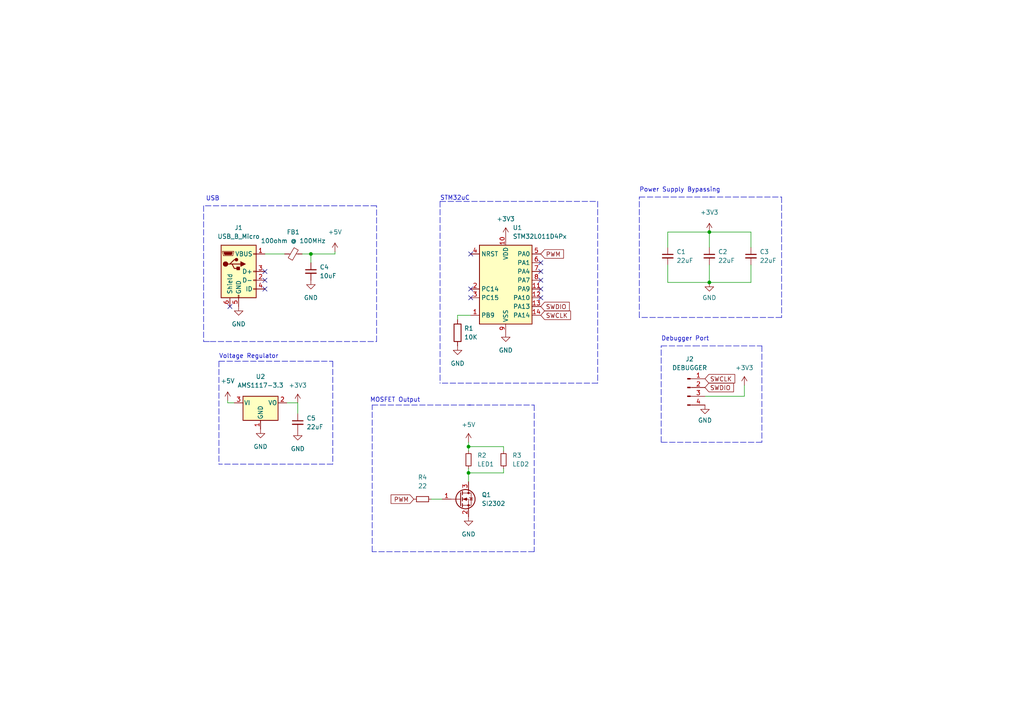
<source format=kicad_sch>
(kicad_sch (version 20211123) (generator eeschema)

  (uuid e63e39d7-6ac0-4ffd-8aa3-1841a4541b55)

  (paper "A4")

  (title_block
    (title "USB Powered Led Controller")
  )

  (lib_symbols
    (symbol "Connector:Conn_01x04_Male" (pin_names (offset 1.016) hide) (in_bom yes) (on_board yes)
      (property "Reference" "J" (id 0) (at 0 5.08 0)
        (effects (font (size 1.27 1.27)))
      )
      (property "Value" "Conn_01x04_Male" (id 1) (at 0 -7.62 0)
        (effects (font (size 1.27 1.27)))
      )
      (property "Footprint" "" (id 2) (at 0 0 0)
        (effects (font (size 1.27 1.27)) hide)
      )
      (property "Datasheet" "~" (id 3) (at 0 0 0)
        (effects (font (size 1.27 1.27)) hide)
      )
      (property "ki_keywords" "connector" (id 4) (at 0 0 0)
        (effects (font (size 1.27 1.27)) hide)
      )
      (property "ki_description" "Generic connector, single row, 01x04, script generated (kicad-library-utils/schlib/autogen/connector/)" (id 5) (at 0 0 0)
        (effects (font (size 1.27 1.27)) hide)
      )
      (property "ki_fp_filters" "Connector*:*_1x??_*" (id 6) (at 0 0 0)
        (effects (font (size 1.27 1.27)) hide)
      )
      (symbol "Conn_01x04_Male_1_1"
        (polyline
          (pts
            (xy 1.27 -5.08)
            (xy 0.8636 -5.08)
          )
          (stroke (width 0.1524) (type default) (color 0 0 0 0))
          (fill (type none))
        )
        (polyline
          (pts
            (xy 1.27 -2.54)
            (xy 0.8636 -2.54)
          )
          (stroke (width 0.1524) (type default) (color 0 0 0 0))
          (fill (type none))
        )
        (polyline
          (pts
            (xy 1.27 0)
            (xy 0.8636 0)
          )
          (stroke (width 0.1524) (type default) (color 0 0 0 0))
          (fill (type none))
        )
        (polyline
          (pts
            (xy 1.27 2.54)
            (xy 0.8636 2.54)
          )
          (stroke (width 0.1524) (type default) (color 0 0 0 0))
          (fill (type none))
        )
        (rectangle (start 0.8636 -4.953) (end 0 -5.207)
          (stroke (width 0.1524) (type default) (color 0 0 0 0))
          (fill (type outline))
        )
        (rectangle (start 0.8636 -2.413) (end 0 -2.667)
          (stroke (width 0.1524) (type default) (color 0 0 0 0))
          (fill (type outline))
        )
        (rectangle (start 0.8636 0.127) (end 0 -0.127)
          (stroke (width 0.1524) (type default) (color 0 0 0 0))
          (fill (type outline))
        )
        (rectangle (start 0.8636 2.667) (end 0 2.413)
          (stroke (width 0.1524) (type default) (color 0 0 0 0))
          (fill (type outline))
        )
        (pin passive line (at 5.08 2.54 180) (length 3.81)
          (name "Pin_1" (effects (font (size 1.27 1.27))))
          (number "1" (effects (font (size 1.27 1.27))))
        )
        (pin passive line (at 5.08 0 180) (length 3.81)
          (name "Pin_2" (effects (font (size 1.27 1.27))))
          (number "2" (effects (font (size 1.27 1.27))))
        )
        (pin passive line (at 5.08 -2.54 180) (length 3.81)
          (name "Pin_3" (effects (font (size 1.27 1.27))))
          (number "3" (effects (font (size 1.27 1.27))))
        )
        (pin passive line (at 5.08 -5.08 180) (length 3.81)
          (name "Pin_4" (effects (font (size 1.27 1.27))))
          (number "4" (effects (font (size 1.27 1.27))))
        )
      )
    )
    (symbol "Connector:USB_B_Micro" (pin_names (offset 1.016)) (in_bom yes) (on_board yes)
      (property "Reference" "J" (id 0) (at -5.08 11.43 0)
        (effects (font (size 1.27 1.27)) (justify left))
      )
      (property "Value" "USB_B_Micro" (id 1) (at -5.08 8.89 0)
        (effects (font (size 1.27 1.27)) (justify left))
      )
      (property "Footprint" "" (id 2) (at 3.81 -1.27 0)
        (effects (font (size 1.27 1.27)) hide)
      )
      (property "Datasheet" "~" (id 3) (at 3.81 -1.27 0)
        (effects (font (size 1.27 1.27)) hide)
      )
      (property "ki_keywords" "connector USB micro" (id 4) (at 0 0 0)
        (effects (font (size 1.27 1.27)) hide)
      )
      (property "ki_description" "USB Micro Type B connector" (id 5) (at 0 0 0)
        (effects (font (size 1.27 1.27)) hide)
      )
      (property "ki_fp_filters" "USB*" (id 6) (at 0 0 0)
        (effects (font (size 1.27 1.27)) hide)
      )
      (symbol "USB_B_Micro_0_1"
        (rectangle (start -5.08 -7.62) (end 5.08 7.62)
          (stroke (width 0.254) (type default) (color 0 0 0 0))
          (fill (type background))
        )
        (circle (center -3.81 2.159) (radius 0.635)
          (stroke (width 0.254) (type default) (color 0 0 0 0))
          (fill (type outline))
        )
        (circle (center -0.635 3.429) (radius 0.381)
          (stroke (width 0.254) (type default) (color 0 0 0 0))
          (fill (type outline))
        )
        (rectangle (start -0.127 -7.62) (end 0.127 -6.858)
          (stroke (width 0) (type default) (color 0 0 0 0))
          (fill (type none))
        )
        (polyline
          (pts
            (xy -1.905 2.159)
            (xy 0.635 2.159)
          )
          (stroke (width 0.254) (type default) (color 0 0 0 0))
          (fill (type none))
        )
        (polyline
          (pts
            (xy -3.175 2.159)
            (xy -2.54 2.159)
            (xy -1.27 3.429)
            (xy -0.635 3.429)
          )
          (stroke (width 0.254) (type default) (color 0 0 0 0))
          (fill (type none))
        )
        (polyline
          (pts
            (xy -2.54 2.159)
            (xy -1.905 2.159)
            (xy -1.27 0.889)
            (xy 0 0.889)
          )
          (stroke (width 0.254) (type default) (color 0 0 0 0))
          (fill (type none))
        )
        (polyline
          (pts
            (xy 0.635 2.794)
            (xy 0.635 1.524)
            (xy 1.905 2.159)
            (xy 0.635 2.794)
          )
          (stroke (width 0.254) (type default) (color 0 0 0 0))
          (fill (type outline))
        )
        (polyline
          (pts
            (xy -4.318 5.588)
            (xy -1.778 5.588)
            (xy -2.032 4.826)
            (xy -4.064 4.826)
            (xy -4.318 5.588)
          )
          (stroke (width 0) (type default) (color 0 0 0 0))
          (fill (type outline))
        )
        (polyline
          (pts
            (xy -4.699 5.842)
            (xy -4.699 5.588)
            (xy -4.445 4.826)
            (xy -4.445 4.572)
            (xy -1.651 4.572)
            (xy -1.651 4.826)
            (xy -1.397 5.588)
            (xy -1.397 5.842)
            (xy -4.699 5.842)
          )
          (stroke (width 0) (type default) (color 0 0 0 0))
          (fill (type none))
        )
        (rectangle (start 0.254 1.27) (end -0.508 0.508)
          (stroke (width 0.254) (type default) (color 0 0 0 0))
          (fill (type outline))
        )
        (rectangle (start 5.08 -5.207) (end 4.318 -4.953)
          (stroke (width 0) (type default) (color 0 0 0 0))
          (fill (type none))
        )
        (rectangle (start 5.08 -2.667) (end 4.318 -2.413)
          (stroke (width 0) (type default) (color 0 0 0 0))
          (fill (type none))
        )
        (rectangle (start 5.08 -0.127) (end 4.318 0.127)
          (stroke (width 0) (type default) (color 0 0 0 0))
          (fill (type none))
        )
        (rectangle (start 5.08 4.953) (end 4.318 5.207)
          (stroke (width 0) (type default) (color 0 0 0 0))
          (fill (type none))
        )
      )
      (symbol "USB_B_Micro_1_1"
        (pin power_out line (at 7.62 5.08 180) (length 2.54)
          (name "VBUS" (effects (font (size 1.27 1.27))))
          (number "1" (effects (font (size 1.27 1.27))))
        )
        (pin bidirectional line (at 7.62 -2.54 180) (length 2.54)
          (name "D-" (effects (font (size 1.27 1.27))))
          (number "2" (effects (font (size 1.27 1.27))))
        )
        (pin bidirectional line (at 7.62 0 180) (length 2.54)
          (name "D+" (effects (font (size 1.27 1.27))))
          (number "3" (effects (font (size 1.27 1.27))))
        )
        (pin passive line (at 7.62 -5.08 180) (length 2.54)
          (name "ID" (effects (font (size 1.27 1.27))))
          (number "4" (effects (font (size 1.27 1.27))))
        )
        (pin power_out line (at 0 -10.16 90) (length 2.54)
          (name "GND" (effects (font (size 1.27 1.27))))
          (number "5" (effects (font (size 1.27 1.27))))
        )
        (pin passive line (at -2.54 -10.16 90) (length 2.54)
          (name "Shield" (effects (font (size 1.27 1.27))))
          (number "6" (effects (font (size 1.27 1.27))))
        )
      )
    )
    (symbol "Device:C_Small" (pin_numbers hide) (pin_names (offset 0.254) hide) (in_bom yes) (on_board yes)
      (property "Reference" "C" (id 0) (at 0.254 1.778 0)
        (effects (font (size 1.27 1.27)) (justify left))
      )
      (property "Value" "C_Small" (id 1) (at 0.254 -2.032 0)
        (effects (font (size 1.27 1.27)) (justify left))
      )
      (property "Footprint" "" (id 2) (at 0 0 0)
        (effects (font (size 1.27 1.27)) hide)
      )
      (property "Datasheet" "~" (id 3) (at 0 0 0)
        (effects (font (size 1.27 1.27)) hide)
      )
      (property "ki_keywords" "capacitor cap" (id 4) (at 0 0 0)
        (effects (font (size 1.27 1.27)) hide)
      )
      (property "ki_description" "Unpolarized capacitor, small symbol" (id 5) (at 0 0 0)
        (effects (font (size 1.27 1.27)) hide)
      )
      (property "ki_fp_filters" "C_*" (id 6) (at 0 0 0)
        (effects (font (size 1.27 1.27)) hide)
      )
      (symbol "C_Small_0_1"
        (polyline
          (pts
            (xy -1.524 -0.508)
            (xy 1.524 -0.508)
          )
          (stroke (width 0.3302) (type default) (color 0 0 0 0))
          (fill (type none))
        )
        (polyline
          (pts
            (xy -1.524 0.508)
            (xy 1.524 0.508)
          )
          (stroke (width 0.3048) (type default) (color 0 0 0 0))
          (fill (type none))
        )
      )
      (symbol "C_Small_1_1"
        (pin passive line (at 0 2.54 270) (length 2.032)
          (name "~" (effects (font (size 1.27 1.27))))
          (number "1" (effects (font (size 1.27 1.27))))
        )
        (pin passive line (at 0 -2.54 90) (length 2.032)
          (name "~" (effects (font (size 1.27 1.27))))
          (number "2" (effects (font (size 1.27 1.27))))
        )
      )
    )
    (symbol "Device:FerriteBead_Small" (pin_numbers hide) (pin_names (offset 0)) (in_bom yes) (on_board yes)
      (property "Reference" "FB" (id 0) (at 1.905 1.27 0)
        (effects (font (size 1.27 1.27)) (justify left))
      )
      (property "Value" "FerriteBead_Small" (id 1) (at 1.905 -1.27 0)
        (effects (font (size 1.27 1.27)) (justify left))
      )
      (property "Footprint" "" (id 2) (at -1.778 0 90)
        (effects (font (size 1.27 1.27)) hide)
      )
      (property "Datasheet" "~" (id 3) (at 0 0 0)
        (effects (font (size 1.27 1.27)) hide)
      )
      (property "ki_keywords" "L ferrite bead inductor filter" (id 4) (at 0 0 0)
        (effects (font (size 1.27 1.27)) hide)
      )
      (property "ki_description" "Ferrite bead, small symbol" (id 5) (at 0 0 0)
        (effects (font (size 1.27 1.27)) hide)
      )
      (property "ki_fp_filters" "Inductor_* L_* *Ferrite*" (id 6) (at 0 0 0)
        (effects (font (size 1.27 1.27)) hide)
      )
      (symbol "FerriteBead_Small_0_1"
        (polyline
          (pts
            (xy 0 -1.27)
            (xy 0 -0.7874)
          )
          (stroke (width 0) (type default) (color 0 0 0 0))
          (fill (type none))
        )
        (polyline
          (pts
            (xy 0 0.889)
            (xy 0 1.2954)
          )
          (stroke (width 0) (type default) (color 0 0 0 0))
          (fill (type none))
        )
        (polyline
          (pts
            (xy -1.8288 0.2794)
            (xy -1.1176 1.4986)
            (xy 1.8288 -0.2032)
            (xy 1.1176 -1.4224)
            (xy -1.8288 0.2794)
          )
          (stroke (width 0) (type default) (color 0 0 0 0))
          (fill (type none))
        )
      )
      (symbol "FerriteBead_Small_1_1"
        (pin passive line (at 0 2.54 270) (length 1.27)
          (name "~" (effects (font (size 1.27 1.27))))
          (number "1" (effects (font (size 1.27 1.27))))
        )
        (pin passive line (at 0 -2.54 90) (length 1.27)
          (name "~" (effects (font (size 1.27 1.27))))
          (number "2" (effects (font (size 1.27 1.27))))
        )
      )
    )
    (symbol "Device:R" (pin_numbers hide) (pin_names (offset 0)) (in_bom yes) (on_board yes)
      (property "Reference" "R" (id 0) (at 2.032 0 90)
        (effects (font (size 1.27 1.27)))
      )
      (property "Value" "R" (id 1) (at 0 0 90)
        (effects (font (size 1.27 1.27)))
      )
      (property "Footprint" "" (id 2) (at -1.778 0 90)
        (effects (font (size 1.27 1.27)) hide)
      )
      (property "Datasheet" "~" (id 3) (at 0 0 0)
        (effects (font (size 1.27 1.27)) hide)
      )
      (property "ki_keywords" "R res resistor" (id 4) (at 0 0 0)
        (effects (font (size 1.27 1.27)) hide)
      )
      (property "ki_description" "Resistor" (id 5) (at 0 0 0)
        (effects (font (size 1.27 1.27)) hide)
      )
      (property "ki_fp_filters" "R_*" (id 6) (at 0 0 0)
        (effects (font (size 1.27 1.27)) hide)
      )
      (symbol "R_0_1"
        (rectangle (start -1.016 -2.54) (end 1.016 2.54)
          (stroke (width 0.254) (type default) (color 0 0 0 0))
          (fill (type none))
        )
      )
      (symbol "R_1_1"
        (pin passive line (at 0 3.81 270) (length 1.27)
          (name "~" (effects (font (size 1.27 1.27))))
          (number "1" (effects (font (size 1.27 1.27))))
        )
        (pin passive line (at 0 -3.81 90) (length 1.27)
          (name "~" (effects (font (size 1.27 1.27))))
          (number "2" (effects (font (size 1.27 1.27))))
        )
      )
    )
    (symbol "Device:R_Small" (pin_numbers hide) (pin_names (offset 0.254) hide) (in_bom yes) (on_board yes)
      (property "Reference" "R" (id 0) (at 0.762 0.508 0)
        (effects (font (size 1.27 1.27)) (justify left))
      )
      (property "Value" "R_Small" (id 1) (at 0.762 -1.016 0)
        (effects (font (size 1.27 1.27)) (justify left))
      )
      (property "Footprint" "" (id 2) (at 0 0 0)
        (effects (font (size 1.27 1.27)) hide)
      )
      (property "Datasheet" "~" (id 3) (at 0 0 0)
        (effects (font (size 1.27 1.27)) hide)
      )
      (property "ki_keywords" "R resistor" (id 4) (at 0 0 0)
        (effects (font (size 1.27 1.27)) hide)
      )
      (property "ki_description" "Resistor, small symbol" (id 5) (at 0 0 0)
        (effects (font (size 1.27 1.27)) hide)
      )
      (property "ki_fp_filters" "R_*" (id 6) (at 0 0 0)
        (effects (font (size 1.27 1.27)) hide)
      )
      (symbol "R_Small_0_1"
        (rectangle (start -0.762 1.778) (end 0.762 -1.778)
          (stroke (width 0.2032) (type default) (color 0 0 0 0))
          (fill (type none))
        )
      )
      (symbol "R_Small_1_1"
        (pin passive line (at 0 2.54 270) (length 0.762)
          (name "~" (effects (font (size 1.27 1.27))))
          (number "1" (effects (font (size 1.27 1.27))))
        )
        (pin passive line (at 0 -2.54 90) (length 0.762)
          (name "~" (effects (font (size 1.27 1.27))))
          (number "2" (effects (font (size 1.27 1.27))))
        )
      )
    )
    (symbol "MCU_ST_STM32L0:STM32L011D4Px" (in_bom yes) (on_board yes)
      (property "Reference" "U" (id 0) (at -7.62 11.43 0)
        (effects (font (size 1.27 1.27)) (justify left))
      )
      (property "Value" "STM32L011D4Px" (id 1) (at 2.54 11.43 0)
        (effects (font (size 1.27 1.27)) (justify left))
      )
      (property "Footprint" "Package_SO:TSSOP-14_4.4x5mm_P0.65mm" (id 2) (at -7.62 -12.7 0)
        (effects (font (size 1.27 1.27)) (justify right) hide)
      )
      (property "Datasheet" "http://www.st.com/st-web-ui/static/active/en/resource/technical/document/datasheet/DM00206508.pdf" (id 3) (at 0 0 0)
        (effects (font (size 1.27 1.27)) hide)
      )
      (property "ki_keywords" "ARM Cortex-M0+ STM32L0 STM32L0x1" (id 4) (at 0 0 0)
        (effects (font (size 1.27 1.27)) hide)
      )
      (property "ki_description" "ARM Cortex-M0+ MCU, 16KB flash, 2KB RAM, 32MHz, 1.65-3.6V, 11 GPIO, TSSOP-14" (id 5) (at 0 0 0)
        (effects (font (size 1.27 1.27)) hide)
      )
      (property "ki_fp_filters" "TSSOP*4.4x5mm*P0.65mm*" (id 6) (at 0 0 0)
        (effects (font (size 1.27 1.27)) hide)
      )
      (symbol "STM32L011D4Px_0_1"
        (rectangle (start -7.62 -12.7) (end 7.62 10.16)
          (stroke (width 0.254) (type default) (color 0 0 0 0))
          (fill (type background))
        )
      )
      (symbol "STM32L011D4Px_1_1"
        (pin bidirectional line (at -10.16 -10.16 0) (length 2.54)
          (name "PB9" (effects (font (size 1.27 1.27))))
          (number "1" (effects (font (size 1.27 1.27))))
        )
        (pin power_in line (at 0 12.7 270) (length 2.54)
          (name "VDD" (effects (font (size 1.27 1.27))))
          (number "10" (effects (font (size 1.27 1.27))))
        )
        (pin bidirectional line (at 10.16 -2.54 180) (length 2.54)
          (name "PA9" (effects (font (size 1.27 1.27))))
          (number "11" (effects (font (size 1.27 1.27))))
        )
        (pin bidirectional line (at 10.16 -5.08 180) (length 2.54)
          (name "PA10" (effects (font (size 1.27 1.27))))
          (number "12" (effects (font (size 1.27 1.27))))
        )
        (pin bidirectional line (at 10.16 -7.62 180) (length 2.54)
          (name "PA13" (effects (font (size 1.27 1.27))))
          (number "13" (effects (font (size 1.27 1.27))))
        )
        (pin bidirectional line (at 10.16 -10.16 180) (length 2.54)
          (name "PA14" (effects (font (size 1.27 1.27))))
          (number "14" (effects (font (size 1.27 1.27))))
        )
        (pin bidirectional line (at -10.16 -2.54 0) (length 2.54)
          (name "PC14" (effects (font (size 1.27 1.27))))
          (number "2" (effects (font (size 1.27 1.27))))
        )
        (pin bidirectional line (at -10.16 -5.08 0) (length 2.54)
          (name "PC15" (effects (font (size 1.27 1.27))))
          (number "3" (effects (font (size 1.27 1.27))))
        )
        (pin input line (at -10.16 7.62 0) (length 2.54)
          (name "NRST" (effects (font (size 1.27 1.27))))
          (number "4" (effects (font (size 1.27 1.27))))
        )
        (pin bidirectional line (at 10.16 7.62 180) (length 2.54)
          (name "PA0" (effects (font (size 1.27 1.27))))
          (number "5" (effects (font (size 1.27 1.27))))
        )
        (pin bidirectional line (at 10.16 5.08 180) (length 2.54)
          (name "PA1" (effects (font (size 1.27 1.27))))
          (number "6" (effects (font (size 1.27 1.27))))
        )
        (pin bidirectional line (at 10.16 2.54 180) (length 2.54)
          (name "PA4" (effects (font (size 1.27 1.27))))
          (number "7" (effects (font (size 1.27 1.27))))
        )
        (pin bidirectional line (at 10.16 0 180) (length 2.54)
          (name "PA7" (effects (font (size 1.27 1.27))))
          (number "8" (effects (font (size 1.27 1.27))))
        )
        (pin power_in line (at 0 -15.24 90) (length 2.54)
          (name "VSS" (effects (font (size 1.27 1.27))))
          (number "9" (effects (font (size 1.27 1.27))))
        )
      )
    )
    (symbol "Regulator_Linear:AMS1117-3.3" (pin_names (offset 0.254)) (in_bom yes) (on_board yes)
      (property "Reference" "U" (id 0) (at -3.81 3.175 0)
        (effects (font (size 1.27 1.27)))
      )
      (property "Value" "AMS1117-3.3" (id 1) (at 0 3.175 0)
        (effects (font (size 1.27 1.27)) (justify left))
      )
      (property "Footprint" "Package_TO_SOT_SMD:SOT-223-3_TabPin2" (id 2) (at 0 5.08 0)
        (effects (font (size 1.27 1.27)) hide)
      )
      (property "Datasheet" "http://www.advanced-monolithic.com/pdf/ds1117.pdf" (id 3) (at 2.54 -6.35 0)
        (effects (font (size 1.27 1.27)) hide)
      )
      (property "ki_keywords" "linear regulator ldo fixed positive" (id 4) (at 0 0 0)
        (effects (font (size 1.27 1.27)) hide)
      )
      (property "ki_description" "1A Low Dropout regulator, positive, 3.3V fixed output, SOT-223" (id 5) (at 0 0 0)
        (effects (font (size 1.27 1.27)) hide)
      )
      (property "ki_fp_filters" "SOT?223*TabPin2*" (id 6) (at 0 0 0)
        (effects (font (size 1.27 1.27)) hide)
      )
      (symbol "AMS1117-3.3_0_1"
        (rectangle (start -5.08 -5.08) (end 5.08 1.905)
          (stroke (width 0.254) (type default) (color 0 0 0 0))
          (fill (type background))
        )
      )
      (symbol "AMS1117-3.3_1_1"
        (pin power_in line (at 0 -7.62 90) (length 2.54)
          (name "GND" (effects (font (size 1.27 1.27))))
          (number "1" (effects (font (size 1.27 1.27))))
        )
        (pin power_out line (at 7.62 0 180) (length 2.54)
          (name "VO" (effects (font (size 1.27 1.27))))
          (number "2" (effects (font (size 1.27 1.27))))
        )
        (pin power_in line (at -7.62 0 0) (length 2.54)
          (name "VI" (effects (font (size 1.27 1.27))))
          (number "3" (effects (font (size 1.27 1.27))))
        )
      )
    )
    (symbol "Transistor_FET:2N7002E" (pin_names hide) (in_bom yes) (on_board yes)
      (property "Reference" "Q" (id 0) (at 5.08 1.905 0)
        (effects (font (size 1.27 1.27)) (justify left))
      )
      (property "Value" "2N7002E" (id 1) (at 5.08 0 0)
        (effects (font (size 1.27 1.27)) (justify left))
      )
      (property "Footprint" "Package_TO_SOT_SMD:SOT-23" (id 2) (at 5.08 -1.905 0)
        (effects (font (size 1.27 1.27) italic) (justify left) hide)
      )
      (property "Datasheet" "http://www.diodes.com/assets/Datasheets/ds30376.pdf" (id 3) (at 0 0 0)
        (effects (font (size 1.27 1.27)) (justify left) hide)
      )
      (property "ki_keywords" "N-Channel MOSFET" (id 4) (at 0 0 0)
        (effects (font (size 1.27 1.27)) hide)
      )
      (property "ki_description" "0.24A Id, 60V Vds, N-Channel MOSFET, SOT-23" (id 5) (at 0 0 0)
        (effects (font (size 1.27 1.27)) hide)
      )
      (property "ki_fp_filters" "SOT?23*" (id 6) (at 0 0 0)
        (effects (font (size 1.27 1.27)) hide)
      )
      (symbol "2N7002E_0_1"
        (polyline
          (pts
            (xy 0.254 0)
            (xy -2.54 0)
          )
          (stroke (width 0) (type default) (color 0 0 0 0))
          (fill (type none))
        )
        (polyline
          (pts
            (xy 0.254 1.905)
            (xy 0.254 -1.905)
          )
          (stroke (width 0.254) (type default) (color 0 0 0 0))
          (fill (type none))
        )
        (polyline
          (pts
            (xy 0.762 -1.27)
            (xy 0.762 -2.286)
          )
          (stroke (width 0.254) (type default) (color 0 0 0 0))
          (fill (type none))
        )
        (polyline
          (pts
            (xy 0.762 0.508)
            (xy 0.762 -0.508)
          )
          (stroke (width 0.254) (type default) (color 0 0 0 0))
          (fill (type none))
        )
        (polyline
          (pts
            (xy 0.762 2.286)
            (xy 0.762 1.27)
          )
          (stroke (width 0.254) (type default) (color 0 0 0 0))
          (fill (type none))
        )
        (polyline
          (pts
            (xy 2.54 2.54)
            (xy 2.54 1.778)
          )
          (stroke (width 0) (type default) (color 0 0 0 0))
          (fill (type none))
        )
        (polyline
          (pts
            (xy 2.54 -2.54)
            (xy 2.54 0)
            (xy 0.762 0)
          )
          (stroke (width 0) (type default) (color 0 0 0 0))
          (fill (type none))
        )
        (polyline
          (pts
            (xy 0.762 -1.778)
            (xy 3.302 -1.778)
            (xy 3.302 1.778)
            (xy 0.762 1.778)
          )
          (stroke (width 0) (type default) (color 0 0 0 0))
          (fill (type none))
        )
        (polyline
          (pts
            (xy 1.016 0)
            (xy 2.032 0.381)
            (xy 2.032 -0.381)
            (xy 1.016 0)
          )
          (stroke (width 0) (type default) (color 0 0 0 0))
          (fill (type outline))
        )
        (polyline
          (pts
            (xy 2.794 0.508)
            (xy 2.921 0.381)
            (xy 3.683 0.381)
            (xy 3.81 0.254)
          )
          (stroke (width 0) (type default) (color 0 0 0 0))
          (fill (type none))
        )
        (polyline
          (pts
            (xy 3.302 0.381)
            (xy 2.921 -0.254)
            (xy 3.683 -0.254)
            (xy 3.302 0.381)
          )
          (stroke (width 0) (type default) (color 0 0 0 0))
          (fill (type none))
        )
        (circle (center 1.651 0) (radius 2.794)
          (stroke (width 0.254) (type default) (color 0 0 0 0))
          (fill (type none))
        )
        (circle (center 2.54 -1.778) (radius 0.254)
          (stroke (width 0) (type default) (color 0 0 0 0))
          (fill (type outline))
        )
        (circle (center 2.54 1.778) (radius 0.254)
          (stroke (width 0) (type default) (color 0 0 0 0))
          (fill (type outline))
        )
      )
      (symbol "2N7002E_1_1"
        (pin input line (at -5.08 0 0) (length 2.54)
          (name "G" (effects (font (size 1.27 1.27))))
          (number "1" (effects (font (size 1.27 1.27))))
        )
        (pin passive line (at 2.54 -5.08 90) (length 2.54)
          (name "S" (effects (font (size 1.27 1.27))))
          (number "2" (effects (font (size 1.27 1.27))))
        )
        (pin passive line (at 2.54 5.08 270) (length 2.54)
          (name "D" (effects (font (size 1.27 1.27))))
          (number "3" (effects (font (size 1.27 1.27))))
        )
      )
    )
    (symbol "power:+3.3V" (power) (pin_names (offset 0)) (in_bom yes) (on_board yes)
      (property "Reference" "#PWR" (id 0) (at 0 -3.81 0)
        (effects (font (size 1.27 1.27)) hide)
      )
      (property "Value" "+3.3V" (id 1) (at 0 3.556 0)
        (effects (font (size 1.27 1.27)))
      )
      (property "Footprint" "" (id 2) (at 0 0 0)
        (effects (font (size 1.27 1.27)) hide)
      )
      (property "Datasheet" "" (id 3) (at 0 0 0)
        (effects (font (size 1.27 1.27)) hide)
      )
      (property "ki_keywords" "power-flag" (id 4) (at 0 0 0)
        (effects (font (size 1.27 1.27)) hide)
      )
      (property "ki_description" "Power symbol creates a global label with name \"+3.3V\"" (id 5) (at 0 0 0)
        (effects (font (size 1.27 1.27)) hide)
      )
      (symbol "+3.3V_0_1"
        (polyline
          (pts
            (xy -0.762 1.27)
            (xy 0 2.54)
          )
          (stroke (width 0) (type default) (color 0 0 0 0))
          (fill (type none))
        )
        (polyline
          (pts
            (xy 0 0)
            (xy 0 2.54)
          )
          (stroke (width 0) (type default) (color 0 0 0 0))
          (fill (type none))
        )
        (polyline
          (pts
            (xy 0 2.54)
            (xy 0.762 1.27)
          )
          (stroke (width 0) (type default) (color 0 0 0 0))
          (fill (type none))
        )
      )
      (symbol "+3.3V_1_1"
        (pin power_in line (at 0 0 90) (length 0) hide
          (name "+3V3" (effects (font (size 1.27 1.27))))
          (number "1" (effects (font (size 1.27 1.27))))
        )
      )
    )
    (symbol "power:+5V" (power) (pin_names (offset 0)) (in_bom yes) (on_board yes)
      (property "Reference" "#PWR" (id 0) (at 0 -3.81 0)
        (effects (font (size 1.27 1.27)) hide)
      )
      (property "Value" "+5V" (id 1) (at 0 3.556 0)
        (effects (font (size 1.27 1.27)))
      )
      (property "Footprint" "" (id 2) (at 0 0 0)
        (effects (font (size 1.27 1.27)) hide)
      )
      (property "Datasheet" "" (id 3) (at 0 0 0)
        (effects (font (size 1.27 1.27)) hide)
      )
      (property "ki_keywords" "power-flag" (id 4) (at 0 0 0)
        (effects (font (size 1.27 1.27)) hide)
      )
      (property "ki_description" "Power symbol creates a global label with name \"+5V\"" (id 5) (at 0 0 0)
        (effects (font (size 1.27 1.27)) hide)
      )
      (symbol "+5V_0_1"
        (polyline
          (pts
            (xy -0.762 1.27)
            (xy 0 2.54)
          )
          (stroke (width 0) (type default) (color 0 0 0 0))
          (fill (type none))
        )
        (polyline
          (pts
            (xy 0 0)
            (xy 0 2.54)
          )
          (stroke (width 0) (type default) (color 0 0 0 0))
          (fill (type none))
        )
        (polyline
          (pts
            (xy 0 2.54)
            (xy 0.762 1.27)
          )
          (stroke (width 0) (type default) (color 0 0 0 0))
          (fill (type none))
        )
      )
      (symbol "+5V_1_1"
        (pin power_in line (at 0 0 90) (length 0) hide
          (name "+5V" (effects (font (size 1.27 1.27))))
          (number "1" (effects (font (size 1.27 1.27))))
        )
      )
    )
    (symbol "power:GND" (power) (pin_names (offset 0)) (in_bom yes) (on_board yes)
      (property "Reference" "#PWR" (id 0) (at 0 -6.35 0)
        (effects (font (size 1.27 1.27)) hide)
      )
      (property "Value" "GND" (id 1) (at 0 -3.81 0)
        (effects (font (size 1.27 1.27)))
      )
      (property "Footprint" "" (id 2) (at 0 0 0)
        (effects (font (size 1.27 1.27)) hide)
      )
      (property "Datasheet" "" (id 3) (at 0 0 0)
        (effects (font (size 1.27 1.27)) hide)
      )
      (property "ki_keywords" "power-flag" (id 4) (at 0 0 0)
        (effects (font (size 1.27 1.27)) hide)
      )
      (property "ki_description" "Power symbol creates a global label with name \"GND\" , ground" (id 5) (at 0 0 0)
        (effects (font (size 1.27 1.27)) hide)
      )
      (symbol "GND_0_1"
        (polyline
          (pts
            (xy 0 0)
            (xy 0 -1.27)
            (xy 1.27 -1.27)
            (xy 0 -2.54)
            (xy -1.27 -1.27)
            (xy 0 -1.27)
          )
          (stroke (width 0) (type default) (color 0 0 0 0))
          (fill (type none))
        )
      )
      (symbol "GND_1_1"
        (pin power_in line (at 0 0 270) (length 0) hide
          (name "GND" (effects (font (size 1.27 1.27))))
          (number "1" (effects (font (size 1.27 1.27))))
        )
      )
    )
  )

  (junction (at 135.89 137.16) (diameter 0) (color 0 0 0 0)
    (uuid 09ad63f0-c563-4524-ac0b-a1691fda3795)
  )
  (junction (at 205.74 67.31) (diameter 0) (color 0 0 0 0)
    (uuid 2427ce24-76a4-402b-a1ac-30d40f64df51)
  )
  (junction (at 90.17 73.66) (diameter 0) (color 0 0 0 0)
    (uuid 468cf795-46df-4197-993f-b6f14b7eac1a)
  )
  (junction (at 135.89 129.54) (diameter 0) (color 0 0 0 0)
    (uuid 57445b43-a9f0-47c3-a31d-1868e8ea934f)
  )
  (junction (at 205.74 81.915) (diameter 0) (color 0 0 0 0)
    (uuid dbefec61-d518-49d8-aadd-c50b09f9affb)
  )

  (no_connect (at 156.845 83.82) (uuid 13ddc507-df96-4c53-bdcc-41f50dfd1e1d))
  (no_connect (at 136.525 86.36) (uuid 3c89dc95-f84c-464b-b05a-cfeb94750444))
  (no_connect (at 136.525 83.82) (uuid 3c89dc95-f84c-464b-b05a-cfeb94750445))
  (no_connect (at 156.845 86.36) (uuid 41194eae-7f97-4326-905a-5126ba83c32e))
  (no_connect (at 156.845 78.74) (uuid 6a8dfdb0-1b83-4670-8ac6-3967cc1e8200))
  (no_connect (at 156.845 81.28) (uuid 8510a94a-ff28-4570-afb3-1aeae9ff39cb))
  (no_connect (at 66.675 88.9) (uuid b90b0f56-5f7c-4aa9-9eb8-fd0ba1d243cc))
  (no_connect (at 76.835 81.28) (uuid b90b0f56-5f7c-4aa9-9eb8-fd0ba1d243cd))
  (no_connect (at 76.835 83.82) (uuid b90b0f56-5f7c-4aa9-9eb8-fd0ba1d243ce))
  (no_connect (at 156.845 76.2) (uuid c4cf7e45-ee35-4a22-8862-56c7ee854c46))
  (no_connect (at 76.835 78.74) (uuid e903f72c-654a-46fd-a9cb-2f75649848fe))
  (no_connect (at 136.525 73.66) (uuid ef9d67ed-7e40-41a4-ba82-9e618a0b559f))

  (wire (pts (xy 205.74 76.835) (xy 205.74 81.915))
    (stroke (width 0) (type default) (color 0 0 0 0))
    (uuid 04f7e92d-9a6e-40cf-81b5-e24744de7395)
  )
  (wire (pts (xy 125.095 144.78) (xy 128.27 144.78))
    (stroke (width 0) (type default) (color 0 0 0 0))
    (uuid 06d6c17f-e7c0-4ccd-bf44-72a16a5a6933)
  )
  (polyline (pts (xy 154.94 160.02) (xy 107.95 160.02))
    (stroke (width 0) (type default) (color 0 0 0 0))
    (uuid 0c0ff01f-aee6-4a77-885d-8a43f326a598)
  )
  (polyline (pts (xy 173.355 58.42) (xy 173.355 111.125))
    (stroke (width 0) (type default) (color 0 0 0 0))
    (uuid 103545ae-0e0c-4e4d-8afd-db2e640a26f1)
  )
  (polyline (pts (xy 96.52 104.775) (xy 96.52 134.62))
    (stroke (width 0) (type default) (color 0 0 0 0))
    (uuid 1065d8e8-f12c-48d3-b5ee-18b78ea91c05)
  )
  (polyline (pts (xy 226.695 92.075) (xy 185.42 92.075))
    (stroke (width 0) (type default) (color 0 0 0 0))
    (uuid 115a473e-e274-4106-9bfd-dc2cbde12971)
  )

  (wire (pts (xy 205.74 81.915) (xy 217.805 81.915))
    (stroke (width 0) (type default) (color 0 0 0 0))
    (uuid 12e148b2-f0af-4918-950f-01f26c3aee3b)
  )
  (wire (pts (xy 193.675 76.835) (xy 193.675 81.915))
    (stroke (width 0) (type default) (color 0 0 0 0))
    (uuid 14f64178-c74f-416a-ae5c-bf2e200b2dc6)
  )
  (wire (pts (xy 97.155 73.66) (xy 97.155 73.025))
    (stroke (width 0) (type default) (color 0 0 0 0))
    (uuid 188113d6-a305-45a4-aa6d-2c9d81fc7769)
  )
  (wire (pts (xy 83.185 116.84) (xy 86.36 116.84))
    (stroke (width 0) (type default) (color 0 0 0 0))
    (uuid 2142cda5-dc3e-41fd-8068-c43d31949145)
  )
  (polyline (pts (xy 59.055 99.06) (xy 60.96 99.06))
    (stroke (width 0) (type default) (color 0 0 0 0))
    (uuid 2387cde4-3dbf-4363-a36b-6b01592b477a)
  )

  (wire (pts (xy 90.17 73.66) (xy 90.17 76.2))
    (stroke (width 0) (type default) (color 0 0 0 0))
    (uuid 2ca58f79-84b1-4a92-b430-a490ccbe43c3)
  )
  (polyline (pts (xy 135.89 117.475) (xy 154.94 117.475))
    (stroke (width 0) (type default) (color 0 0 0 0))
    (uuid 323e546f-83d1-4713-b7a4-cf1134a84a33)
  )

  (wire (pts (xy 146.05 130.81) (xy 146.05 129.54))
    (stroke (width 0) (type default) (color 0 0 0 0))
    (uuid 3436293e-1ed5-4bfe-a9c5-6ab580abbbfb)
  )
  (polyline (pts (xy 109.22 99.06) (xy 109.22 59.69))
    (stroke (width 0) (type default) (color 0 0 0 0))
    (uuid 36290033-9e99-4403-9950-075edef46075)
  )

  (wire (pts (xy 87.63 73.66) (xy 90.17 73.66))
    (stroke (width 0) (type default) (color 0 0 0 0))
    (uuid 3b8f837d-e5fa-4ef7-8ae1-3bc2cdd608c0)
  )
  (wire (pts (xy 193.675 81.915) (xy 205.74 81.915))
    (stroke (width 0) (type default) (color 0 0 0 0))
    (uuid 4223eaca-617f-47fa-99af-4d488bf8796d)
  )
  (wire (pts (xy 132.715 92.71) (xy 132.715 91.44))
    (stroke (width 0) (type default) (color 0 0 0 0))
    (uuid 43cfb8fd-8455-45c8-8b72-d7070ac63b03)
  )
  (polyline (pts (xy 63.5 104.775) (xy 96.52 104.775))
    (stroke (width 0) (type default) (color 0 0 0 0))
    (uuid 4959783f-0eb6-4b9e-9b38-aff441af00d4)
  )

  (wire (pts (xy 66.04 116.84) (xy 67.945 116.84))
    (stroke (width 0) (type default) (color 0 0 0 0))
    (uuid 4a756446-f4ea-45aa-8721-2bdc81c66048)
  )
  (polyline (pts (xy 185.42 92.075) (xy 185.42 57.15))
    (stroke (width 0) (type default) (color 0 0 0 0))
    (uuid 4c4d14e7-9305-4c7d-b9b1-2da8edcfaf78)
  )
  (polyline (pts (xy 107.95 117.475) (xy 136.525 117.475))
    (stroke (width 0) (type default) (color 0 0 0 0))
    (uuid 4d3b118c-bc8a-44bc-9f6f-cbadfe48ef2a)
  )
  (polyline (pts (xy 63.5 104.775) (xy 63.5 134.62))
    (stroke (width 0) (type default) (color 0 0 0 0))
    (uuid 4eeed702-a657-4447-9114-64e5cd72e5f0)
  )

  (wire (pts (xy 193.675 67.31) (xy 205.74 67.31))
    (stroke (width 0) (type default) (color 0 0 0 0))
    (uuid 528d44f0-d986-44ce-b37a-ea3cb49b6d99)
  )
  (wire (pts (xy 86.36 116.84) (xy 86.36 120.015))
    (stroke (width 0) (type default) (color 0 0 0 0))
    (uuid 5b19d860-851a-4ea3-8182-0dcde02c4d62)
  )
  (wire (pts (xy 146.05 129.54) (xy 135.89 129.54))
    (stroke (width 0) (type default) (color 0 0 0 0))
    (uuid 624bb9ee-34c8-420c-8871-1507c5cc84fe)
  )
  (wire (pts (xy 90.17 73.66) (xy 97.155 73.66))
    (stroke (width 0) (type default) (color 0 0 0 0))
    (uuid 65863692-78ec-48e9-863f-33a92045af67)
  )
  (polyline (pts (xy 205.74 57.15) (xy 226.695 57.15))
    (stroke (width 0) (type default) (color 0 0 0 0))
    (uuid 6640d68a-4561-416d-9068-b05ae302752b)
  )

  (wire (pts (xy 76.835 73.66) (xy 82.55 73.66))
    (stroke (width 0) (type default) (color 0 0 0 0))
    (uuid 6bf7e18c-27e8-4bec-82da-8cf0389e634c)
  )
  (polyline (pts (xy 191.77 128.27) (xy 191.77 100.33))
    (stroke (width 0) (type default) (color 0 0 0 0))
    (uuid 6f4274ee-51a7-4ec4-aabe-8372a2f9dc16)
  )
  (polyline (pts (xy 109.22 59.69) (xy 59.055 59.69))
    (stroke (width 0) (type default) (color 0 0 0 0))
    (uuid 6faab5ce-6761-4250-9c61-874bede4e7e4)
  )

  (wire (pts (xy 204.47 114.935) (xy 215.9 114.935))
    (stroke (width 0) (type default) (color 0 0 0 0))
    (uuid 70941a2f-e8b5-43d2-b139-3e3e730376d3)
  )
  (wire (pts (xy 205.74 67.31) (xy 217.805 67.31))
    (stroke (width 0) (type default) (color 0 0 0 0))
    (uuid 797fe6c5-76b7-4474-811e-205f7a995e9d)
  )
  (polyline (pts (xy 220.98 100.33) (xy 220.98 128.27))
    (stroke (width 0) (type default) (color 0 0 0 0))
    (uuid 7b58191b-c193-4ce0-9ff2-fabee9c78c39)
  )

  (wire (pts (xy 135.89 135.89) (xy 135.89 137.16))
    (stroke (width 0) (type default) (color 0 0 0 0))
    (uuid 827a1eaf-2007-4a26-a335-771c51d4dcb9)
  )
  (wire (pts (xy 217.805 81.915) (xy 217.805 76.835))
    (stroke (width 0) (type default) (color 0 0 0 0))
    (uuid 84466535-f615-40ad-98bd-4450e7d1b274)
  )
  (polyline (pts (xy 191.77 100.33) (xy 201.295 100.33))
    (stroke (width 0) (type default) (color 0 0 0 0))
    (uuid 86bf174a-2f95-47c7-be16-872e1b8d315e)
  )
  (polyline (pts (xy 127.635 58.42) (xy 173.355 58.42))
    (stroke (width 0) (type default) (color 0 0 0 0))
    (uuid 8bc0a937-1974-44a0-a719-c8e01bf4684e)
  )

  (wire (pts (xy 135.89 137.16) (xy 135.89 139.7))
    (stroke (width 0) (type default) (color 0 0 0 0))
    (uuid 8cac6497-17a3-4ba3-aec9-8c946d5e6f15)
  )
  (polyline (pts (xy 96.52 134.62) (xy 63.5 134.62))
    (stroke (width 0) (type default) (color 0 0 0 0))
    (uuid 9c31c1e9-d2b0-4db4-ab82-b8c53b5b527d)
  )
  (polyline (pts (xy 107.95 160.02) (xy 107.95 117.475))
    (stroke (width 0) (type default) (color 0 0 0 0))
    (uuid a4c186c8-77ac-47bd-a843-8c237652a7f3)
  )

  (wire (pts (xy 132.715 91.44) (xy 136.525 91.44))
    (stroke (width 0) (type default) (color 0 0 0 0))
    (uuid a6a29a4c-0a52-437b-8da0-296025dac4fb)
  )
  (polyline (pts (xy 127.635 58.42) (xy 127.635 111.125))
    (stroke (width 0) (type default) (color 0 0 0 0))
    (uuid abffa26c-31fa-4158-8c93-944660b4af4d)
  )

  (wire (pts (xy 146.05 135.89) (xy 146.05 137.16))
    (stroke (width 0) (type default) (color 0 0 0 0))
    (uuid b05f99aa-1db4-43a9-ad97-9a1ebe22c1bd)
  )
  (polyline (pts (xy 220.98 128.27) (xy 191.77 128.27))
    (stroke (width 0) (type default) (color 0 0 0 0))
    (uuid b96b1a37-36da-424b-8aec-0fab4d7b71a5)
  )
  (polyline (pts (xy 59.055 59.69) (xy 59.055 99.06))
    (stroke (width 0) (type default) (color 0 0 0 0))
    (uuid c405bdbe-ff08-427f-adf9-a1d0599e0ebb)
  )

  (wire (pts (xy 135.89 129.54) (xy 135.89 130.81))
    (stroke (width 0) (type default) (color 0 0 0 0))
    (uuid c7a49698-d382-4454-ae08-19f54a3e4a13)
  )
  (wire (pts (xy 193.675 71.755) (xy 193.675 67.31))
    (stroke (width 0) (type default) (color 0 0 0 0))
    (uuid c8c47185-5797-4992-85f6-519727db6f2f)
  )
  (polyline (pts (xy 201.295 100.33) (xy 220.98 100.33))
    (stroke (width 0) (type default) (color 0 0 0 0))
    (uuid c8c77cc9-3d08-45d7-8055-93fcd62a1cbc)
  )

  (wire (pts (xy 66.04 116.205) (xy 66.04 116.84))
    (stroke (width 0) (type default) (color 0 0 0 0))
    (uuid caaf7fd1-895a-4494-9489-ebbf3507f9d6)
  )
  (polyline (pts (xy 60.96 99.06) (xy 109.22 99.06))
    (stroke (width 0) (type default) (color 0 0 0 0))
    (uuid d2001b76-0851-4d40-b24c-a83c562ebea7)
  )

  (wire (pts (xy 217.805 67.31) (xy 217.805 71.755))
    (stroke (width 0) (type default) (color 0 0 0 0))
    (uuid d3c69131-a5cb-4f3f-b1ed-47a0047373b1)
  )
  (wire (pts (xy 205.74 67.31) (xy 205.74 71.755))
    (stroke (width 0) (type default) (color 0 0 0 0))
    (uuid d519fa55-6356-49ff-93a3-010c0107522b)
  )
  (polyline (pts (xy 173.355 111.125) (xy 127.635 111.125))
    (stroke (width 0) (type default) (color 0 0 0 0))
    (uuid d5b281bd-a85a-438d-ab39-3d0c5b4a1571)
  )

  (wire (pts (xy 215.9 111.76) (xy 215.9 114.935))
    (stroke (width 0) (type default) (color 0 0 0 0))
    (uuid d6726b36-56ec-4a8c-8012-6f807f3a7229)
  )
  (polyline (pts (xy 154.94 117.475) (xy 154.94 160.02))
    (stroke (width 0) (type default) (color 0 0 0 0))
    (uuid dd1e5a0c-e79a-4c34-9a44-1e3a3bdc980d)
  )

  (wire (pts (xy 135.89 128.27) (xy 135.89 129.54))
    (stroke (width 0) (type default) (color 0 0 0 0))
    (uuid e2afaed1-6deb-4907-8486-692bbb70bf68)
  )
  (wire (pts (xy 146.05 137.16) (xy 135.89 137.16))
    (stroke (width 0) (type default) (color 0 0 0 0))
    (uuid e62f5a84-dfd9-4867-a4ab-6495047cd38c)
  )
  (polyline (pts (xy 185.42 57.15) (xy 206.375 57.15))
    (stroke (width 0) (type default) (color 0 0 0 0))
    (uuid ebb85e2c-eaf3-4b14-acc8-120d2bc89ca0)
  )
  (polyline (pts (xy 226.695 57.15) (xy 226.695 92.075))
    (stroke (width 0) (type default) (color 0 0 0 0))
    (uuid fe2d82b0-425f-4f00-82a4-01637bdd3380)
  )

  (text "MOSFET Output" (at 107.315 116.84 0)
    (effects (font (size 1.27 1.27)) (justify left bottom))
    (uuid 3a2d554f-34c7-463e-88a9-e892aa72818d)
  )
  (text "Debugger Port" (at 191.77 99.06 0)
    (effects (font (size 1.27 1.27)) (justify left bottom))
    (uuid 460857dc-5653-4c32-b476-5b36505e27ce)
  )
  (text "Voltage Regulator" (at 63.5 104.14 0)
    (effects (font (size 1.27 1.27)) (justify left bottom))
    (uuid 5823e11b-b9e0-4244-8371-4459a5f9a7cf)
  )
  (text "Power Supply Bypassing\n" (at 185.42 55.88 0)
    (effects (font (size 1.27 1.27)) (justify left bottom))
    (uuid 7229d48b-350b-453a-bac8-2b44fe14e310)
  )
  (text "USB\n" (at 59.69 58.42 0)
    (effects (font (size 1.27 1.27)) (justify left bottom))
    (uuid 7fbe6d1d-ac10-49f7-8d94-41524bf5f770)
  )
  (text "STM32uC\n\n" (at 127.635 60.325 0)
    (effects (font (size 1.27 1.27)) (justify left bottom))
    (uuid d6a4e2f5-ec6f-4ed7-b3c0-b94dd8531fd9)
  )

  (global_label "SWDIO" (shape input) (at 204.47 112.395 0) (fields_autoplaced)
    (effects (font (size 1.27 1.27)) (justify left))
    (uuid 27b68ecc-3915-4dde-8627-9cc7d46ef8b5)
    (property "Intersheet References" "${INTERSHEET_REFS}" (id 0) (at 212.7493 112.3156 0)
      (effects (font (size 1.27 1.27)) (justify left) hide)
    )
  )
  (global_label "SWCLK" (shape input) (at 156.845 91.44 0) (fields_autoplaced)
    (effects (font (size 1.27 1.27)) (justify left))
    (uuid 2b3f5430-73e0-43da-a221-80cbb2237478)
    (property "Intersheet References" "${INTERSHEET_REFS}" (id 0) (at 165.4871 91.3606 0)
      (effects (font (size 1.27 1.27)) (justify left) hide)
    )
  )
  (global_label "SWDIO" (shape input) (at 156.845 88.9 0) (fields_autoplaced)
    (effects (font (size 1.27 1.27)) (justify left))
    (uuid 67f3ce04-e34f-49db-8036-46f5d70589ad)
    (property "Intersheet References" "${INTERSHEET_REFS}" (id 0) (at 165.1243 88.8206 0)
      (effects (font (size 1.27 1.27)) (justify left) hide)
    )
  )
  (global_label "SWCLK" (shape input) (at 204.47 109.855 0) (fields_autoplaced)
    (effects (font (size 1.27 1.27)) (justify left))
    (uuid 8dbd9fc8-21f8-4d14-ba8f-ee8964caa929)
    (property "Intersheet References" "${INTERSHEET_REFS}" (id 0) (at 213.1121 109.7756 0)
      (effects (font (size 1.27 1.27)) (justify left) hide)
    )
  )
  (global_label "PWM" (shape input) (at 120.015 144.78 180) (fields_autoplaced)
    (effects (font (size 1.27 1.27)) (justify right))
    (uuid b359a854-e4f8-453f-96c9-25bef2983247)
    (property "Intersheet References" "${INTERSHEET_REFS}" (id 0) (at 113.429 144.7006 0)
      (effects (font (size 1.27 1.27)) (justify right) hide)
    )
  )
  (global_label "PWM" (shape input) (at 156.845 73.66 0) (fields_autoplaced)
    (effects (font (size 1.27 1.27)) (justify left))
    (uuid e2d21842-9503-4c8d-9eb4-e9b325415565)
    (property "Intersheet References" "${INTERSHEET_REFS}" (id 0) (at 163.431 73.5806 0)
      (effects (font (size 1.27 1.27)) (justify left) hide)
    )
  )

  (symbol (lib_id "Device:C_Small") (at 205.74 74.295 0) (unit 1)
    (in_bom yes) (on_board yes) (fields_autoplaced)
    (uuid 12e55f3c-a042-4c21-912e-4d1a1d307e6b)
    (property "Reference" "C2" (id 0) (at 208.28 73.0312 0)
      (effects (font (size 1.27 1.27)) (justify left))
    )
    (property "Value" "22uF" (id 1) (at 208.28 75.5712 0)
      (effects (font (size 1.27 1.27)) (justify left))
    )
    (property "Footprint" "Capacitor_SMD:C_0603_1608Metric" (id 2) (at 205.74 74.295 0)
      (effects (font (size 1.27 1.27)) hide)
    )
    (property "Datasheet" "~" (id 3) (at 205.74 74.295 0)
      (effects (font (size 1.27 1.27)) hide)
    )
    (pin "1" (uuid a57d3730-6626-445f-aa6a-06648b227450))
    (pin "2" (uuid 41cf23f0-1c0a-4a80-a532-b4bc3a92af94))
  )

  (symbol (lib_id "power:GND") (at 205.74 81.915 0) (unit 1)
    (in_bom yes) (on_board yes) (fields_autoplaced)
    (uuid 13b0ce2d-0e03-4272-83cb-121b739b619e)
    (property "Reference" "#PWR04" (id 0) (at 205.74 88.265 0)
      (effects (font (size 1.27 1.27)) hide)
    )
    (property "Value" "GND" (id 1) (at 205.74 86.36 0))
    (property "Footprint" "" (id 2) (at 205.74 81.915 0)
      (effects (font (size 1.27 1.27)) hide)
    )
    (property "Datasheet" "" (id 3) (at 205.74 81.915 0)
      (effects (font (size 1.27 1.27)) hide)
    )
    (pin "1" (uuid d6682cf7-e580-44e0-935e-cd467d5d9e26))
  )

  (symbol (lib_id "power:+5V") (at 135.89 128.27 0) (unit 1)
    (in_bom yes) (on_board yes) (fields_autoplaced)
    (uuid 1a11d54f-cec4-409d-9978-081aa72132ad)
    (property "Reference" "#PWR015" (id 0) (at 135.89 132.08 0)
      (effects (font (size 1.27 1.27)) hide)
    )
    (property "Value" "+5V" (id 1) (at 135.89 123.19 0))
    (property "Footprint" "" (id 2) (at 135.89 128.27 0)
      (effects (font (size 1.27 1.27)) hide)
    )
    (property "Datasheet" "" (id 3) (at 135.89 128.27 0)
      (effects (font (size 1.27 1.27)) hide)
    )
    (pin "1" (uuid a1902153-778f-44a1-850e-b194d5d34c13))
  )

  (symbol (lib_id "power:+5V") (at 66.04 116.205 0) (unit 1)
    (in_bom yes) (on_board yes) (fields_autoplaced)
    (uuid 1f76c364-d343-431e-bd3f-0df26b290980)
    (property "Reference" "#PWR0101" (id 0) (at 66.04 120.015 0)
      (effects (font (size 1.27 1.27)) hide)
    )
    (property "Value" "+5V" (id 1) (at 66.04 110.49 0))
    (property "Footprint" "" (id 2) (at 66.04 116.205 0)
      (effects (font (size 1.27 1.27)) hide)
    )
    (property "Datasheet" "" (id 3) (at 66.04 116.205 0)
      (effects (font (size 1.27 1.27)) hide)
    )
    (pin "1" (uuid 00b6a54e-9e2f-475c-9364-7b9be6f1b975))
  )

  (symbol (lib_id "power:+3.3V") (at 215.9 111.76 0) (unit 1)
    (in_bom yes) (on_board yes) (fields_autoplaced)
    (uuid 2286e6bd-de22-45aa-8c5c-5dd8cab00886)
    (property "Reference" "#PWR09" (id 0) (at 215.9 115.57 0)
      (effects (font (size 1.27 1.27)) hide)
    )
    (property "Value" "+3.3V" (id 1) (at 215.9 106.68 0))
    (property "Footprint" "" (id 2) (at 215.9 111.76 0)
      (effects (font (size 1.27 1.27)) hide)
    )
    (property "Datasheet" "" (id 3) (at 215.9 111.76 0)
      (effects (font (size 1.27 1.27)) hide)
    )
    (pin "1" (uuid 99f8249d-bc91-4c8c-81e6-7fbe3e7acbea))
  )

  (symbol (lib_id "power:GND") (at 135.89 149.86 0) (unit 1)
    (in_bom yes) (on_board yes) (fields_autoplaced)
    (uuid 2353a8a3-8bda-4168-af4e-4ee45ed1c0dd)
    (property "Reference" "#PWR016" (id 0) (at 135.89 156.21 0)
      (effects (font (size 1.27 1.27)) hide)
    )
    (property "Value" "GND" (id 1) (at 135.89 154.94 0))
    (property "Footprint" "" (id 2) (at 135.89 149.86 0)
      (effects (font (size 1.27 1.27)) hide)
    )
    (property "Datasheet" "" (id 3) (at 135.89 149.86 0)
      (effects (font (size 1.27 1.27)) hide)
    )
    (pin "1" (uuid 3e746092-52c5-4b28-b008-d4ed98f56b80))
  )

  (symbol (lib_id "power:GND") (at 132.715 100.33 0) (unit 1)
    (in_bom yes) (on_board yes) (fields_autoplaced)
    (uuid 2bf68bc3-bc0c-4a3f-a1fe-3c23e367362e)
    (property "Reference" "#PWR08" (id 0) (at 132.715 106.68 0)
      (effects (font (size 1.27 1.27)) hide)
    )
    (property "Value" "GND" (id 1) (at 132.715 105.41 0))
    (property "Footprint" "" (id 2) (at 132.715 100.33 0)
      (effects (font (size 1.27 1.27)) hide)
    )
    (property "Datasheet" "" (id 3) (at 132.715 100.33 0)
      (effects (font (size 1.27 1.27)) hide)
    )
    (pin "1" (uuid a2950eb8-969a-4068-b125-5cfc76ce8797))
  )

  (symbol (lib_id "power:+3.3V") (at 146.685 68.58 0) (unit 1)
    (in_bom yes) (on_board yes) (fields_autoplaced)
    (uuid 398e945e-d305-47d9-9096-e5f332253508)
    (property "Reference" "#PWR02" (id 0) (at 146.685 72.39 0)
      (effects (font (size 1.27 1.27)) hide)
    )
    (property "Value" "+3.3V" (id 1) (at 146.685 63.5 0))
    (property "Footprint" "" (id 2) (at 146.685 68.58 0)
      (effects (font (size 1.27 1.27)) hide)
    )
    (property "Datasheet" "" (id 3) (at 146.685 68.58 0)
      (effects (font (size 1.27 1.27)) hide)
    )
    (pin "1" (uuid 17a097bd-c8e5-4f07-a9c4-8344914233b1))
  )

  (symbol (lib_id "Device:C_Small") (at 86.36 122.555 0) (unit 1)
    (in_bom yes) (on_board yes) (fields_autoplaced)
    (uuid 43b00c77-2583-445d-aab7-d2a60058e6cc)
    (property "Reference" "C5" (id 0) (at 88.9 121.2912 0)
      (effects (font (size 1.27 1.27)) (justify left))
    )
    (property "Value" "22uF" (id 1) (at 88.9 123.8312 0)
      (effects (font (size 1.27 1.27)) (justify left))
    )
    (property "Footprint" "Capacitor_SMD:C_0603_1608Metric" (id 2) (at 86.36 122.555 0)
      (effects (font (size 1.27 1.27)) hide)
    )
    (property "Datasheet" "~" (id 3) (at 86.36 122.555 0)
      (effects (font (size 1.27 1.27)) hide)
    )
    (pin "1" (uuid e0e4d0c9-091d-42b5-9deb-06667a88e32d))
    (pin "2" (uuid 1c654f6a-10a3-4b22-8276-089c60e620f9))
  )

  (symbol (lib_id "power:GND") (at 75.565 124.46 0) (unit 1)
    (in_bom yes) (on_board yes) (fields_autoplaced)
    (uuid 46f63815-f7a9-45fb-936a-4fba76f47e68)
    (property "Reference" "#PWR013" (id 0) (at 75.565 130.81 0)
      (effects (font (size 1.27 1.27)) hide)
    )
    (property "Value" "GND" (id 1) (at 75.565 129.54 0))
    (property "Footprint" "" (id 2) (at 75.565 124.46 0)
      (effects (font (size 1.27 1.27)) hide)
    )
    (property "Datasheet" "" (id 3) (at 75.565 124.46 0)
      (effects (font (size 1.27 1.27)) hide)
    )
    (pin "1" (uuid 3a938de3-5aeb-42af-8ce0-d452e851fb94))
  )

  (symbol (lib_id "power:+5V") (at 97.155 73.025 0) (unit 1)
    (in_bom yes) (on_board yes) (fields_autoplaced)
    (uuid 4e8d0fba-3f36-4dee-b135-6d8314b0497c)
    (property "Reference" "#PWR03" (id 0) (at 97.155 76.835 0)
      (effects (font (size 1.27 1.27)) hide)
    )
    (property "Value" "+5V" (id 1) (at 97.155 67.31 0))
    (property "Footprint" "" (id 2) (at 97.155 73.025 0)
      (effects (font (size 1.27 1.27)) hide)
    )
    (property "Datasheet" "" (id 3) (at 97.155 73.025 0)
      (effects (font (size 1.27 1.27)) hide)
    )
    (pin "1" (uuid 514f7294-9f9a-48be-91b9-af464c510943))
  )

  (symbol (lib_id "Regulator_Linear:AMS1117-3.3") (at 75.565 116.84 0) (unit 1)
    (in_bom yes) (on_board yes) (fields_autoplaced)
    (uuid 53d3285b-8586-4e69-b2b9-489bf009fd2a)
    (property "Reference" "U2" (id 0) (at 75.565 109.22 0))
    (property "Value" "AMS1117-3.3" (id 1) (at 75.565 111.76 0))
    (property "Footprint" "Package_TO_SOT_SMD:SOT-223-3_TabPin2" (id 2) (at 75.565 111.76 0)
      (effects (font (size 1.27 1.27)) hide)
    )
    (property "Datasheet" "http://www.advanced-monolithic.com/pdf/ds1117.pdf" (id 3) (at 78.105 123.19 0)
      (effects (font (size 1.27 1.27)) hide)
    )
    (pin "1" (uuid c8f6551a-e8f8-417f-a283-0345bc1c5e36))
    (pin "2" (uuid aa5fd650-d422-4ea7-9a2d-3b5e348c4d76))
    (pin "3" (uuid 160d04a1-b6ee-4ae7-ae1b-45aec4d6faa4))
  )

  (symbol (lib_id "Device:R_Small") (at 146.05 133.35 180) (unit 1)
    (in_bom yes) (on_board yes) (fields_autoplaced)
    (uuid 62c7b755-47cc-4836-8a49-c2af7e814588)
    (property "Reference" "R3" (id 0) (at 148.59 132.0799 0)
      (effects (font (size 1.27 1.27)) (justify right))
    )
    (property "Value" "LED2" (id 1) (at 148.59 134.6199 0)
      (effects (font (size 1.27 1.27)) (justify right))
    )
    (property "Footprint" "Resistor_SMD:R_0805_2012Metric" (id 2) (at 146.05 133.35 0)
      (effects (font (size 1.27 1.27)) hide)
    )
    (property "Datasheet" "~" (id 3) (at 146.05 133.35 0)
      (effects (font (size 1.27 1.27)) hide)
    )
    (pin "1" (uuid 63f6c46e-4b0d-497a-940d-0ce48e63c5d5))
    (pin "2" (uuid 6d79a68e-e789-4bec-9b61-aa7b6b0cadb8))
  )

  (symbol (lib_id "power:+3.3V") (at 205.74 67.31 0) (unit 1)
    (in_bom yes) (on_board yes) (fields_autoplaced)
    (uuid 78a23fad-515a-4eb7-8640-aeb9da1e70fa)
    (property "Reference" "#PWR01" (id 0) (at 205.74 71.12 0)
      (effects (font (size 1.27 1.27)) hide)
    )
    (property "Value" "+3.3V" (id 1) (at 205.74 61.595 0))
    (property "Footprint" "" (id 2) (at 205.74 67.31 0)
      (effects (font (size 1.27 1.27)) hide)
    )
    (property "Datasheet" "" (id 3) (at 205.74 67.31 0)
      (effects (font (size 1.27 1.27)) hide)
    )
    (pin "1" (uuid 65af3b30-55ea-4793-80f4-b728254a85ad))
  )

  (symbol (lib_id "MCU_ST_STM32L0:STM32L011D4Px") (at 146.685 81.28 0) (unit 1)
    (in_bom yes) (on_board yes) (fields_autoplaced)
    (uuid 7e90fbca-cb12-4ace-9ced-a3dcb9b6c209)
    (property "Reference" "U1" (id 0) (at 148.7044 66.04 0)
      (effects (font (size 1.27 1.27)) (justify left))
    )
    (property "Value" "STM32L011D4Px" (id 1) (at 148.7044 68.58 0)
      (effects (font (size 1.27 1.27)) (justify left))
    )
    (property "Footprint" "Package_SO:TSSOP-14_4.4x5mm_P0.65mm" (id 2) (at 139.065 93.98 0)
      (effects (font (size 1.27 1.27)) (justify right) hide)
    )
    (property "Datasheet" "http://www.st.com/st-web-ui/static/active/en/resource/technical/document/datasheet/DM00206508.pdf" (id 3) (at 146.685 81.28 0)
      (effects (font (size 1.27 1.27)) hide)
    )
    (pin "1" (uuid efe58d04-9cfb-4efc-b56a-8b7eb8f95428))
    (pin "10" (uuid 79ed7fea-8b50-4d37-8cb9-9a2d0ab6a70f))
    (pin "11" (uuid 9e9d73a8-95ea-4773-ace6-c8e656ed8bdd))
    (pin "12" (uuid 8fd5ab0e-989b-48a9-be80-0e9a823c7b1a))
    (pin "13" (uuid 540e4111-7498-447b-9214-dca2a6822f88))
    (pin "14" (uuid 2b69fe46-dbcd-4d6f-94aa-08e422ff2f35))
    (pin "2" (uuid fe2ed758-7739-4ef6-a4d9-5b83f1d30f9c))
    (pin "3" (uuid d390780e-bd01-43d0-8efe-4185f613bb5e))
    (pin "4" (uuid 64b2a471-2a98-4b3d-9562-dbbcfbb5f107))
    (pin "5" (uuid 86c20648-7c67-4df9-b1a5-c04294141a6e))
    (pin "6" (uuid 1096ced4-ec8e-45f9-af68-16e38d51132c))
    (pin "7" (uuid 71ddd228-253f-43f2-956c-8320e7979c21))
    (pin "8" (uuid b4731747-799c-4170-936c-5b7f7aa72884))
    (pin "9" (uuid c31c3c5b-bacf-45ff-99cb-8bd56c3b1c1e))
  )

  (symbol (lib_id "power:+3.3V") (at 86.36 116.84 0) (unit 1)
    (in_bom yes) (on_board yes) (fields_autoplaced)
    (uuid 8ad467f7-d8e8-4bea-b13e-ddaab68db834)
    (property "Reference" "#PWR011" (id 0) (at 86.36 120.65 0)
      (effects (font (size 1.27 1.27)) hide)
    )
    (property "Value" "+3.3V" (id 1) (at 86.36 111.76 0))
    (property "Footprint" "" (id 2) (at 86.36 116.84 0)
      (effects (font (size 1.27 1.27)) hide)
    )
    (property "Datasheet" "" (id 3) (at 86.36 116.84 0)
      (effects (font (size 1.27 1.27)) hide)
    )
    (pin "1" (uuid a1122a4f-9254-442b-887d-7301a9992712))
  )

  (symbol (lib_id "Connector:Conn_01x04_Male") (at 199.39 112.395 0) (unit 1)
    (in_bom yes) (on_board yes) (fields_autoplaced)
    (uuid 9c7ec4f1-0f08-4af5-99be-b264c30d3efb)
    (property "Reference" "J2" (id 0) (at 200.025 104.14 0))
    (property "Value" "DEBUGGER" (id 1) (at 200.025 106.68 0))
    (property "Footprint" "Connector_PinHeader_1.27mm:PinHeader_1x04_P1.27mm_Vertical" (id 2) (at 199.39 112.395 0)
      (effects (font (size 1.27 1.27)) hide)
    )
    (property "Datasheet" "~" (id 3) (at 199.39 112.395 0)
      (effects (font (size 1.27 1.27)) hide)
    )
    (pin "1" (uuid 75f4b364-0da5-4fef-a990-d51cbc385e45))
    (pin "2" (uuid 6cad0a2a-4cb0-4ee3-a83c-cd896f71dc2b))
    (pin "3" (uuid 143d93ce-9687-49aa-86bc-a1cf5e9ae2ff))
    (pin "4" (uuid 1c80d55f-cec7-483a-be19-d2f16bd80254))
  )

  (symbol (lib_id "Device:R") (at 132.715 96.52 0) (unit 1)
    (in_bom yes) (on_board yes) (fields_autoplaced)
    (uuid 9fd85d19-3c70-46ba-b5f1-73df92e7d666)
    (property "Reference" "R1" (id 0) (at 134.62 95.2499 0)
      (effects (font (size 1.27 1.27)) (justify left))
    )
    (property "Value" "10K" (id 1) (at 134.62 97.7899 0)
      (effects (font (size 1.27 1.27)) (justify left))
    )
    (property "Footprint" "Resistor_SMD:R_0402_1005Metric" (id 2) (at 130.937 96.52 90)
      (effects (font (size 1.27 1.27)) hide)
    )
    (property "Datasheet" "~" (id 3) (at 132.715 96.52 0)
      (effects (font (size 1.27 1.27)) hide)
    )
    (pin "1" (uuid 05aa5c8d-75a5-4538-8d3d-68fe1b356a48))
    (pin "2" (uuid 7eb4d7e2-bec6-42ee-bf7b-eb26951fe658))
  )

  (symbol (lib_id "power:GND") (at 90.17 81.28 0) (unit 1)
    (in_bom yes) (on_board yes) (fields_autoplaced)
    (uuid a254eb0c-c906-401b-a328-25f613c3f70f)
    (property "Reference" "#PWR05" (id 0) (at 90.17 87.63 0)
      (effects (font (size 1.27 1.27)) hide)
    )
    (property "Value" "GND" (id 1) (at 90.17 86.36 0))
    (property "Footprint" "" (id 2) (at 90.17 81.28 0)
      (effects (font (size 1.27 1.27)) hide)
    )
    (property "Datasheet" "" (id 3) (at 90.17 81.28 0)
      (effects (font (size 1.27 1.27)) hide)
    )
    (pin "1" (uuid 64036b0f-e4a5-431b-86c2-94d1df6345da))
  )

  (symbol (lib_id "Connector:USB_B_Micro") (at 69.215 78.74 0) (unit 1)
    (in_bom yes) (on_board yes) (fields_autoplaced)
    (uuid aafb9fdc-e7a9-4181-afaf-9798ef648cd1)
    (property "Reference" "J1" (id 0) (at 69.215 66.04 0))
    (property "Value" "USB_B_Micro" (id 1) (at 69.215 68.58 0))
    (property "Footprint" "Connector_USB:USB_Micro-B_Molex_47346-0001" (id 2) (at 73.025 80.01 0)
      (effects (font (size 1.27 1.27)) hide)
    )
    (property "Datasheet" "~" (id 3) (at 73.025 80.01 0)
      (effects (font (size 1.27 1.27)) hide)
    )
    (pin "1" (uuid c250bd32-e280-451b-ac8e-47de63d644bc))
    (pin "2" (uuid 158bc620-a684-461c-bca0-de7b67c7476d))
    (pin "3" (uuid 59cc419b-de36-4132-a57b-340200ce6e66))
    (pin "4" (uuid 436925b2-7b99-4894-8422-eac592dffefd))
    (pin "5" (uuid e145e785-1a7e-419c-a915-c1f23545df97))
    (pin "6" (uuid 7ad906b3-e5d7-48bc-8b88-09e9e87693e4))
  )

  (symbol (lib_id "Device:R_Small") (at 122.555 144.78 90) (unit 1)
    (in_bom yes) (on_board yes) (fields_autoplaced)
    (uuid b26dcdbc-fe43-4ff0-b16d-07b386b481be)
    (property "Reference" "R4" (id 0) (at 122.555 138.43 90))
    (property "Value" "22" (id 1) (at 122.555 140.97 90))
    (property "Footprint" "Resistor_SMD:R_1206_3216Metric" (id 2) (at 122.555 144.78 0)
      (effects (font (size 1.27 1.27)) hide)
    )
    (property "Datasheet" "~" (id 3) (at 122.555 144.78 0)
      (effects (font (size 1.27 1.27)) hide)
    )
    (pin "1" (uuid e1163588-df80-41d3-8a60-c7093c4644c5))
    (pin "2" (uuid 426547d7-dd78-4d82-9a46-72131a54e8b4))
  )

  (symbol (lib_id "power:GND") (at 69.215 88.9 0) (unit 1)
    (in_bom yes) (on_board yes) (fields_autoplaced)
    (uuid c649c09b-fec8-407e-83af-c8d9741dbed9)
    (property "Reference" "#PWR06" (id 0) (at 69.215 95.25 0)
      (effects (font (size 1.27 1.27)) hide)
    )
    (property "Value" "GND" (id 1) (at 69.215 93.98 0))
    (property "Footprint" "" (id 2) (at 69.215 88.9 0)
      (effects (font (size 1.27 1.27)) hide)
    )
    (property "Datasheet" "" (id 3) (at 69.215 88.9 0)
      (effects (font (size 1.27 1.27)) hide)
    )
    (pin "1" (uuid 2309dc3f-1482-4151-91cc-cb19586b3a82))
  )

  (symbol (lib_id "Device:R_Small") (at 135.89 133.35 180) (unit 1)
    (in_bom yes) (on_board yes) (fields_autoplaced)
    (uuid c685efd4-8a21-46db-b6c6-3d28625a5a45)
    (property "Reference" "R2" (id 0) (at 138.43 132.0799 0)
      (effects (font (size 1.27 1.27)) (justify right))
    )
    (property "Value" "LED1" (id 1) (at 138.43 134.6199 0)
      (effects (font (size 1.27 1.27)) (justify right))
    )
    (property "Footprint" "Resistor_SMD:R_0805_2012Metric" (id 2) (at 135.89 133.35 0)
      (effects (font (size 1.27 1.27)) hide)
    )
    (property "Datasheet" "~" (id 3) (at 135.89 133.35 0)
      (effects (font (size 1.27 1.27)) hide)
    )
    (pin "1" (uuid 02105cab-e7ba-48f4-80fd-4c6f0d4afc56))
    (pin "2" (uuid 72d269f8-1990-4c55-81c9-8f48a5f8bee8))
  )

  (symbol (lib_id "Transistor_FET:2N7002E") (at 133.35 144.78 0) (unit 1)
    (in_bom yes) (on_board yes) (fields_autoplaced)
    (uuid cbd25375-80e9-40a2-aca0-111a9ec61f51)
    (property "Reference" "Q1" (id 0) (at 139.7 143.5099 0)
      (effects (font (size 1.27 1.27)) (justify left))
    )
    (property "Value" "SI2302" (id 1) (at 139.7 146.0499 0)
      (effects (font (size 1.27 1.27)) (justify left))
    )
    (property "Footprint" "Package_TO_SOT_SMD:SOT-23" (id 2) (at 138.43 146.685 0)
      (effects (font (size 1.27 1.27) italic) (justify left) hide)
    )
    (property "Datasheet" "http://www.diodes.com/assets/Datasheets/ds30376.pdf" (id 3) (at 133.35 144.78 0)
      (effects (font (size 1.27 1.27)) (justify left) hide)
    )
    (pin "1" (uuid 18f16ec2-feef-4127-a4a7-c5b39363af30))
    (pin "2" (uuid dc239835-79f8-474e-8d8a-a714d2df638b))
    (pin "3" (uuid 048c7540-ff7c-451b-9ff6-06a7e2e3453f))
  )

  (symbol (lib_id "power:GND") (at 86.36 125.095 0) (unit 1)
    (in_bom yes) (on_board yes) (fields_autoplaced)
    (uuid cdaf0f34-3634-438b-8813-b95f9d2fe559)
    (property "Reference" "#PWR014" (id 0) (at 86.36 131.445 0)
      (effects (font (size 1.27 1.27)) hide)
    )
    (property "Value" "GND" (id 1) (at 86.36 130.175 0))
    (property "Footprint" "" (id 2) (at 86.36 125.095 0)
      (effects (font (size 1.27 1.27)) hide)
    )
    (property "Datasheet" "" (id 3) (at 86.36 125.095 0)
      (effects (font (size 1.27 1.27)) hide)
    )
    (pin "1" (uuid 98821add-bc3b-463d-bc72-475334a0be28))
  )

  (symbol (lib_id "Device:C_Small") (at 217.805 74.295 0) (unit 1)
    (in_bom yes) (on_board yes) (fields_autoplaced)
    (uuid d3ce345d-14c2-4b56-9425-ce3133121b5c)
    (property "Reference" "C3" (id 0) (at 220.345 73.0312 0)
      (effects (font (size 1.27 1.27)) (justify left))
    )
    (property "Value" "22uF" (id 1) (at 220.345 75.5712 0)
      (effects (font (size 1.27 1.27)) (justify left))
    )
    (property "Footprint" "Capacitor_SMD:C_0603_1608Metric" (id 2) (at 217.805 74.295 0)
      (effects (font (size 1.27 1.27)) hide)
    )
    (property "Datasheet" "~" (id 3) (at 217.805 74.295 0)
      (effects (font (size 1.27 1.27)) hide)
    )
    (pin "1" (uuid c892d9d3-95a4-44d5-961e-02bf32bd7f99))
    (pin "2" (uuid c351efef-25a9-46a1-99aa-f4316a36fb61))
  )

  (symbol (lib_id "Device:C_Small") (at 90.17 78.74 0) (unit 1)
    (in_bom yes) (on_board yes) (fields_autoplaced)
    (uuid e0242d62-0ff9-4b09-b732-9bd94f5a4cf5)
    (property "Reference" "C4" (id 0) (at 92.71 77.4762 0)
      (effects (font (size 1.27 1.27)) (justify left))
    )
    (property "Value" "10uF" (id 1) (at 92.71 80.0162 0)
      (effects (font (size 1.27 1.27)) (justify left))
    )
    (property "Footprint" "Capacitor_SMD:C_0603_1608Metric" (id 2) (at 90.17 78.74 0)
      (effects (font (size 1.27 1.27)) hide)
    )
    (property "Datasheet" "~" (id 3) (at 90.17 78.74 0)
      (effects (font (size 1.27 1.27)) hide)
    )
    (pin "1" (uuid 545caeb8-9f21-4b24-ab9f-1f30004c26af))
    (pin "2" (uuid 2a333ce8-32cb-4c6c-ac7a-ae98d7263f02))
  )

  (symbol (lib_id "power:GND") (at 204.47 117.475 0) (unit 1)
    (in_bom yes) (on_board yes) (fields_autoplaced)
    (uuid ebcc636c-8a73-4c48-8a4d-2362569202ce)
    (property "Reference" "#PWR012" (id 0) (at 204.47 123.825 0)
      (effects (font (size 1.27 1.27)) hide)
    )
    (property "Value" "GND" (id 1) (at 204.47 121.92 0))
    (property "Footprint" "" (id 2) (at 204.47 117.475 0)
      (effects (font (size 1.27 1.27)) hide)
    )
    (property "Datasheet" "" (id 3) (at 204.47 117.475 0)
      (effects (font (size 1.27 1.27)) hide)
    )
    (pin "1" (uuid 721df915-4945-44b5-b0a7-78818202d6d3))
  )

  (symbol (lib_id "power:GND") (at 146.685 96.52 0) (unit 1)
    (in_bom yes) (on_board yes) (fields_autoplaced)
    (uuid ed90fcfb-49a6-467e-afdd-d99015ecdda6)
    (property "Reference" "#PWR07" (id 0) (at 146.685 102.87 0)
      (effects (font (size 1.27 1.27)) hide)
    )
    (property "Value" "GND" (id 1) (at 146.685 101.6 0))
    (property "Footprint" "" (id 2) (at 146.685 96.52 0)
      (effects (font (size 1.27 1.27)) hide)
    )
    (property "Datasheet" "" (id 3) (at 146.685 96.52 0)
      (effects (font (size 1.27 1.27)) hide)
    )
    (pin "1" (uuid 769a808c-7458-40f1-925d-a20588f2df57))
  )

  (symbol (lib_id "Device:C_Small") (at 193.675 74.295 0) (unit 1)
    (in_bom yes) (on_board yes) (fields_autoplaced)
    (uuid efe45cae-f6a1-46a9-b2bd-a0610716cfc1)
    (property "Reference" "C1" (id 0) (at 196.215 73.0312 0)
      (effects (font (size 1.27 1.27)) (justify left))
    )
    (property "Value" "22uF" (id 1) (at 196.215 75.5712 0)
      (effects (font (size 1.27 1.27)) (justify left))
    )
    (property "Footprint" "Capacitor_SMD:C_0603_1608Metric" (id 2) (at 193.675 74.295 0)
      (effects (font (size 1.27 1.27)) hide)
    )
    (property "Datasheet" "~" (id 3) (at 193.675 74.295 0)
      (effects (font (size 1.27 1.27)) hide)
    )
    (pin "1" (uuid 1404a2f5-15cd-4aea-8104-156f2936c8f3))
    (pin "2" (uuid 90ddcdf6-b72d-4f57-a0eb-84d393dbeec6))
  )

  (symbol (lib_id "Device:FerriteBead_Small") (at 85.09 73.66 90) (unit 1)
    (in_bom yes) (on_board yes) (fields_autoplaced)
    (uuid f67e72e0-2f45-433a-86fe-920f7c8d9a21)
    (property "Reference" "FB1" (id 0) (at 85.0519 67.31 90))
    (property "Value" "100ohm @ 100MHz" (id 1) (at 85.0519 69.85 90))
    (property "Footprint" "Inductor_SMD:L_0805_2012Metric" (id 2) (at 85.09 75.438 90)
      (effects (font (size 1.27 1.27)) hide)
    )
    (property "Datasheet" "~" (id 3) (at 85.09 73.66 0)
      (effects (font (size 1.27 1.27)) hide)
    )
    (pin "1" (uuid 84dfded5-e173-41d3-8c7f-af94e846660b))
    (pin "2" (uuid b062765f-2b56-4211-9b5d-3a539f7db3a4))
  )

  (sheet_instances
    (path "/" (page "1"))
  )

  (symbol_instances
    (path "/78a23fad-515a-4eb7-8640-aeb9da1e70fa"
      (reference "#PWR01") (unit 1) (value "+3.3V") (footprint "")
    )
    (path "/398e945e-d305-47d9-9096-e5f332253508"
      (reference "#PWR02") (unit 1) (value "+3.3V") (footprint "")
    )
    (path "/4e8d0fba-3f36-4dee-b135-6d8314b0497c"
      (reference "#PWR03") (unit 1) (value "+5V") (footprint "")
    )
    (path "/13b0ce2d-0e03-4272-83cb-121b739b619e"
      (reference "#PWR04") (unit 1) (value "GND") (footprint "")
    )
    (path "/a254eb0c-c906-401b-a328-25f613c3f70f"
      (reference "#PWR05") (unit 1) (value "GND") (footprint "")
    )
    (path "/c649c09b-fec8-407e-83af-c8d9741dbed9"
      (reference "#PWR06") (unit 1) (value "GND") (footprint "")
    )
    (path "/ed90fcfb-49a6-467e-afdd-d99015ecdda6"
      (reference "#PWR07") (unit 1) (value "GND") (footprint "")
    )
    (path "/2bf68bc3-bc0c-4a3f-a1fe-3c23e367362e"
      (reference "#PWR08") (unit 1) (value "GND") (footprint "")
    )
    (path "/2286e6bd-de22-45aa-8c5c-5dd8cab00886"
      (reference "#PWR09") (unit 1) (value "+3.3V") (footprint "")
    )
    (path "/8ad467f7-d8e8-4bea-b13e-ddaab68db834"
      (reference "#PWR011") (unit 1) (value "+3.3V") (footprint "")
    )
    (path "/ebcc636c-8a73-4c48-8a4d-2362569202ce"
      (reference "#PWR012") (unit 1) (value "GND") (footprint "")
    )
    (path "/46f63815-f7a9-45fb-936a-4fba76f47e68"
      (reference "#PWR013") (unit 1) (value "GND") (footprint "")
    )
    (path "/cdaf0f34-3634-438b-8813-b95f9d2fe559"
      (reference "#PWR014") (unit 1) (value "GND") (footprint "")
    )
    (path "/1a11d54f-cec4-409d-9978-081aa72132ad"
      (reference "#PWR015") (unit 1) (value "+5V") (footprint "")
    )
    (path "/2353a8a3-8bda-4168-af4e-4ee45ed1c0dd"
      (reference "#PWR016") (unit 1) (value "GND") (footprint "")
    )
    (path "/1f76c364-d343-431e-bd3f-0df26b290980"
      (reference "#PWR0101") (unit 1) (value "+5V") (footprint "")
    )
    (path "/efe45cae-f6a1-46a9-b2bd-a0610716cfc1"
      (reference "C1") (unit 1) (value "22uF") (footprint "Capacitor_SMD:C_0603_1608Metric")
    )
    (path "/12e55f3c-a042-4c21-912e-4d1a1d307e6b"
      (reference "C2") (unit 1) (value "22uF") (footprint "Capacitor_SMD:C_0603_1608Metric")
    )
    (path "/d3ce345d-14c2-4b56-9425-ce3133121b5c"
      (reference "C3") (unit 1) (value "22uF") (footprint "Capacitor_SMD:C_0603_1608Metric")
    )
    (path "/e0242d62-0ff9-4b09-b732-9bd94f5a4cf5"
      (reference "C4") (unit 1) (value "10uF") (footprint "Capacitor_SMD:C_0603_1608Metric")
    )
    (path "/43b00c77-2583-445d-aab7-d2a60058e6cc"
      (reference "C5") (unit 1) (value "22uF") (footprint "Capacitor_SMD:C_0603_1608Metric")
    )
    (path "/f67e72e0-2f45-433a-86fe-920f7c8d9a21"
      (reference "FB1") (unit 1) (value "100ohm @ 100MHz") (footprint "Inductor_SMD:L_0805_2012Metric")
    )
    (path "/aafb9fdc-e7a9-4181-afaf-9798ef648cd1"
      (reference "J1") (unit 1) (value "USB_B_Micro") (footprint "Connector_USB:USB_Micro-B_Molex_47346-0001")
    )
    (path "/9c7ec4f1-0f08-4af5-99be-b264c30d3efb"
      (reference "J2") (unit 1) (value "DEBUGGER") (footprint "Connector_PinHeader_1.27mm:PinHeader_1x04_P1.27mm_Vertical")
    )
    (path "/cbd25375-80e9-40a2-aca0-111a9ec61f51"
      (reference "Q1") (unit 1) (value "SI2302") (footprint "Package_TO_SOT_SMD:SOT-23")
    )
    (path "/9fd85d19-3c70-46ba-b5f1-73df92e7d666"
      (reference "R1") (unit 1) (value "10K") (footprint "Resistor_SMD:R_0402_1005Metric")
    )
    (path "/c685efd4-8a21-46db-b6c6-3d28625a5a45"
      (reference "R2") (unit 1) (value "LED1") (footprint "Resistor_SMD:R_0805_2012Metric")
    )
    (path "/62c7b755-47cc-4836-8a49-c2af7e814588"
      (reference "R3") (unit 1) (value "LED2") (footprint "Resistor_SMD:R_0805_2012Metric")
    )
    (path "/b26dcdbc-fe43-4ff0-b16d-07b386b481be"
      (reference "R4") (unit 1) (value "22") (footprint "Resistor_SMD:R_1206_3216Metric")
    )
    (path "/7e90fbca-cb12-4ace-9ced-a3dcb9b6c209"
      (reference "U1") (unit 1) (value "STM32L011D4Px") (footprint "Package_SO:TSSOP-14_4.4x5mm_P0.65mm")
    )
    (path "/53d3285b-8586-4e69-b2b9-489bf009fd2a"
      (reference "U2") (unit 1) (value "AMS1117-3.3") (footprint "Package_TO_SOT_SMD:SOT-223-3_TabPin2")
    )
  )
)

</source>
